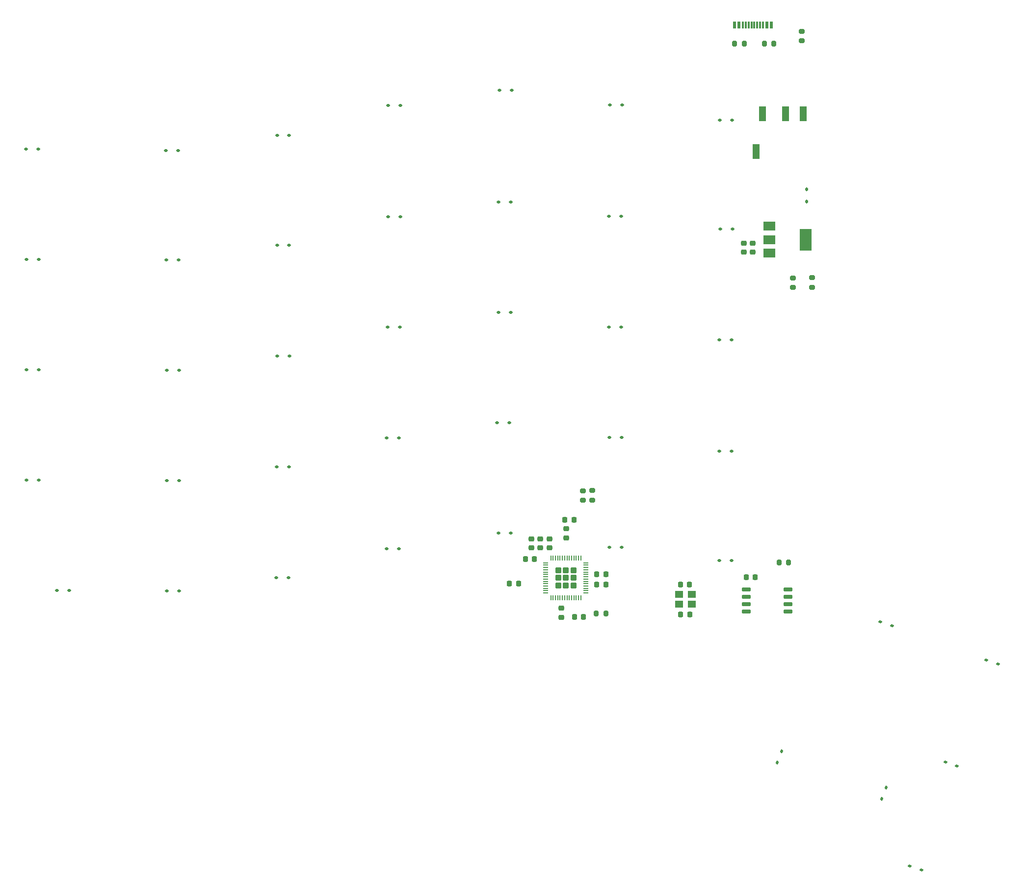
<source format=gbp>
G04 #@! TF.GenerationSoftware,KiCad,Pcbnew,7.0.5*
G04 #@! TF.CreationDate,2025-01-08T15:51:09-05:00*
G04 #@! TF.ProjectId,JasonSplitErgoKeyboard_Left,4a61736f-6e53-4706-9c69-744572676f4b,rev?*
G04 #@! TF.SameCoordinates,Original*
G04 #@! TF.FileFunction,Paste,Bot*
G04 #@! TF.FilePolarity,Positive*
%FSLAX46Y46*%
G04 Gerber Fmt 4.6, Leading zero omitted, Abs format (unit mm)*
G04 Created by KiCad (PCBNEW 7.0.5) date 2025-01-08 15:51:09*
%MOMM*%
%LPD*%
G01*
G04 APERTURE LIST*
G04 Aperture macros list*
%AMRoundRect*
0 Rectangle with rounded corners*
0 $1 Rounding radius*
0 $2 $3 $4 $5 $6 $7 $8 $9 X,Y pos of 4 corners*
0 Add a 4 corners polygon primitive as box body*
4,1,4,$2,$3,$4,$5,$6,$7,$8,$9,$2,$3,0*
0 Add four circle primitives for the rounded corners*
1,1,$1+$1,$2,$3*
1,1,$1+$1,$4,$5*
1,1,$1+$1,$6,$7*
1,1,$1+$1,$8,$9*
0 Add four rect primitives between the rounded corners*
20,1,$1+$1,$2,$3,$4,$5,0*
20,1,$1+$1,$4,$5,$6,$7,0*
20,1,$1+$1,$6,$7,$8,$9,0*
20,1,$1+$1,$8,$9,$2,$3,0*%
G04 Aperture macros list end*
%ADD10RoundRect,0.200000X0.275000X-0.200000X0.275000X0.200000X-0.275000X0.200000X-0.275000X-0.200000X0*%
%ADD11RoundRect,0.112500X-0.187500X-0.112500X0.187500X-0.112500X0.187500X0.112500X-0.187500X0.112500X0*%
%ADD12RoundRect,0.200000X0.200000X0.275000X-0.200000X0.275000X-0.200000X-0.275000X0.200000X-0.275000X0*%
%ADD13RoundRect,0.225000X-0.225000X-0.250000X0.225000X-0.250000X0.225000X0.250000X-0.225000X0.250000X0*%
%ADD14RoundRect,0.225000X-0.250000X0.225000X-0.250000X-0.225000X0.250000X-0.225000X0.250000X0.225000X0*%
%ADD15RoundRect,0.250000X0.285000X0.285000X-0.285000X0.285000X-0.285000X-0.285000X0.285000X-0.285000X0*%
%ADD16RoundRect,0.050000X0.350000X0.050000X-0.350000X0.050000X-0.350000X-0.050000X0.350000X-0.050000X0*%
%ADD17RoundRect,0.050000X0.050000X0.350000X-0.050000X0.350000X-0.050000X-0.350000X0.050000X-0.350000X0*%
%ADD18RoundRect,0.200000X-0.275000X0.200000X-0.275000X-0.200000X0.275000X-0.200000X0.275000X0.200000X0*%
%ADD19RoundRect,0.225000X0.250000X-0.225000X0.250000X0.225000X-0.250000X0.225000X-0.250000X-0.225000X0*%
%ADD20RoundRect,0.112500X0.041587X-0.214670X0.169844X0.137715X-0.041587X0.214670X-0.169844X-0.137715X0*%
%ADD21RoundRect,0.112500X-0.214670X-0.041587X0.137715X-0.169844X0.214670X0.041587X-0.137715X0.169844X0*%
%ADD22R,0.600000X1.240000*%
%ADD23R,0.300000X1.240000*%
%ADD24RoundRect,0.112500X0.112500X-0.187500X0.112500X0.187500X-0.112500X0.187500X-0.112500X-0.187500X0*%
%ADD25R,1.400000X1.200000*%
%ADD26R,2.000000X1.500000*%
%ADD27R,2.000000X3.800000*%
%ADD28RoundRect,0.150000X0.650000X0.150000X-0.650000X0.150000X-0.650000X-0.150000X0.650000X-0.150000X0*%
%ADD29RoundRect,0.200000X-0.200000X-0.275000X0.200000X-0.275000X0.200000X0.275000X-0.200000X0.275000X0*%
%ADD30R,1.200000X2.500000*%
%ADD31RoundRect,0.225000X0.225000X0.250000X-0.225000X0.250000X-0.225000X-0.250000X0.225000X-0.250000X0*%
G04 APERTURE END LIST*
D10*
X212600000Y-142450000D03*
X212600000Y-140800000D03*
D11*
X215550000Y-131600000D03*
X217650000Y-131600000D03*
D12*
X238825000Y-63650000D03*
X237175000Y-63650000D03*
D13*
X213385000Y-155270000D03*
X214935000Y-155270000D03*
D14*
X207240000Y-161105000D03*
X207240000Y-162655000D03*
D15*
X209360000Y-157200000D03*
X209360000Y-155870000D03*
X209360000Y-154540000D03*
X208030000Y-157200000D03*
X208030000Y-155870000D03*
X208030000Y-154540000D03*
X206700000Y-157200000D03*
X206700000Y-155870000D03*
X206700000Y-154540000D03*
D16*
X211480000Y-153270000D03*
X211480000Y-153670000D03*
X211480000Y-154070000D03*
X211480000Y-154470000D03*
X211480000Y-154870000D03*
X211480000Y-155270000D03*
X211480000Y-155670000D03*
X211480000Y-156070000D03*
X211480000Y-156470000D03*
X211480000Y-156870000D03*
X211480000Y-157270000D03*
X211480000Y-157670000D03*
X211480000Y-158070000D03*
X211480000Y-158470000D03*
D17*
X210630000Y-159320000D03*
X210230000Y-159320000D03*
X209830000Y-159320000D03*
X209430000Y-159320000D03*
X209030000Y-159320000D03*
X208630000Y-159320000D03*
X208230000Y-159320000D03*
X207830000Y-159320000D03*
X207430000Y-159320000D03*
X207030000Y-159320000D03*
X206630000Y-159320000D03*
X206230000Y-159320000D03*
X205830000Y-159320000D03*
X205430000Y-159320000D03*
D16*
X204580000Y-158470000D03*
X204580000Y-158070000D03*
X204580000Y-157670000D03*
X204580000Y-157270000D03*
X204580000Y-156870000D03*
X204580000Y-156470000D03*
X204580000Y-156070000D03*
X204580000Y-155670000D03*
X204580000Y-155270000D03*
X204580000Y-154870000D03*
X204580000Y-154470000D03*
X204580000Y-154070000D03*
X204580000Y-153670000D03*
X204580000Y-153270000D03*
D17*
X205430000Y-152420000D03*
X205830000Y-152420000D03*
X206230000Y-152420000D03*
X206630000Y-152420000D03*
X207030000Y-152420000D03*
X207430000Y-152420000D03*
X207830000Y-152420000D03*
X208230000Y-152420000D03*
X208630000Y-152420000D03*
X209030000Y-152420000D03*
X209430000Y-152420000D03*
X209830000Y-152420000D03*
X210230000Y-152420000D03*
X210630000Y-152420000D03*
D18*
X248700000Y-61475000D03*
X248700000Y-63125000D03*
D11*
X234550000Y-114800000D03*
X236650000Y-114800000D03*
X120200000Y-158000000D03*
X122300000Y-158000000D03*
D19*
X202070000Y-150680000D03*
X202070000Y-149130000D03*
D11*
X139200000Y-139100000D03*
X141300000Y-139100000D03*
X177150000Y-131700000D03*
X179250000Y-131700000D03*
D19*
X203640000Y-150685000D03*
X203640000Y-149135000D03*
D20*
X262540879Y-194036677D03*
X263259121Y-192063323D03*
D13*
X207875000Y-145830000D03*
X209425000Y-145830000D03*
D11*
X139100000Y-100950000D03*
X141200000Y-100950000D03*
D18*
X250530000Y-104045000D03*
X250530000Y-105695000D03*
D19*
X208100000Y-148935000D03*
X208100000Y-147385000D03*
D12*
X214935000Y-162030000D03*
X213285000Y-162030000D03*
D11*
X115000000Y-100900000D03*
X117100000Y-100900000D03*
X158200000Y-79500000D03*
X160300000Y-79500000D03*
D21*
X262313323Y-163440879D03*
X264286677Y-164159121D03*
D14*
X240310000Y-98105000D03*
X240310000Y-99655000D03*
D22*
X237110000Y-60380000D03*
X237910000Y-60380000D03*
D23*
X239060000Y-60380000D03*
X240060000Y-60380000D03*
X240560000Y-60380000D03*
X241560000Y-60380000D03*
D22*
X242710000Y-60380000D03*
X243510000Y-60380000D03*
X243510000Y-60380000D03*
X242710000Y-60380000D03*
D23*
X242060000Y-60380000D03*
X241060000Y-60380000D03*
X239560000Y-60380000D03*
X238560000Y-60380000D03*
D22*
X237910000Y-60380000D03*
X237110000Y-60380000D03*
D13*
X239165000Y-155760000D03*
X240715000Y-155760000D03*
D24*
X249550000Y-90857500D03*
X249550000Y-88757500D03*
D25*
X229760000Y-160425000D03*
X227560000Y-160425000D03*
X227560000Y-158725000D03*
X229760000Y-158725000D03*
D26*
X243150000Y-99760000D03*
X243150000Y-97460000D03*
D27*
X249450000Y-97460000D03*
D26*
X243150000Y-95160000D03*
D11*
X196400000Y-110000000D03*
X198500000Y-110000000D03*
X115000000Y-119900000D03*
X117100000Y-119900000D03*
X158150000Y-136700000D03*
X160250000Y-136700000D03*
D19*
X205260000Y-150680000D03*
X205260000Y-149130000D03*
D28*
X246360000Y-157895000D03*
X246360000Y-159165000D03*
X246360000Y-160435000D03*
X246360000Y-161705000D03*
X239160000Y-161705000D03*
X239160000Y-160435000D03*
X239160000Y-159165000D03*
X239160000Y-157895000D03*
D11*
X196200000Y-129100000D03*
X198300000Y-129100000D03*
D13*
X227825000Y-156995000D03*
X229375000Y-156995000D03*
D11*
X158250000Y-117600000D03*
X160350000Y-117600000D03*
X234720000Y-95640000D03*
X236820000Y-95640000D03*
X177350000Y-93500000D03*
X179450000Y-93500000D03*
X215550000Y-150600000D03*
X217650000Y-150600000D03*
X177300000Y-112600000D03*
X179400000Y-112600000D03*
X234600000Y-76800000D03*
X236700000Y-76800000D03*
D21*
X280613323Y-170040879D03*
X282586677Y-170759121D03*
D11*
X196600000Y-71700000D03*
X198700000Y-71700000D03*
X215450000Y-112600000D03*
X217550000Y-112600000D03*
X114900000Y-81850000D03*
X117000000Y-81850000D03*
D29*
X244835000Y-153190000D03*
X246485000Y-153190000D03*
D11*
X139200000Y-158100000D03*
X141300000Y-158100000D03*
X158200000Y-98400000D03*
X160300000Y-98400000D03*
X158050000Y-155800000D03*
X160150000Y-155800000D03*
D30*
X245980000Y-75730000D03*
X248980000Y-75730000D03*
X240880000Y-82230000D03*
X241980000Y-75730000D03*
D20*
X244540879Y-187736677D03*
X245259121Y-185763323D03*
D11*
X234500000Y-134000000D03*
X236600000Y-134000000D03*
D31*
X199860000Y-156880000D03*
X198310000Y-156880000D03*
D11*
X177150000Y-150800000D03*
X179250000Y-150800000D03*
X234550000Y-152900000D03*
X236650000Y-152900000D03*
D29*
X242265000Y-63630000D03*
X243915000Y-63630000D03*
D11*
X177400000Y-74300000D03*
X179500000Y-74300000D03*
D14*
X238710000Y-98095000D03*
X238710000Y-99645000D03*
D21*
X267400000Y-205600000D03*
X269373354Y-206318242D03*
D11*
X196400000Y-91000000D03*
X198500000Y-91000000D03*
D31*
X202585000Y-152580000D03*
X201035000Y-152580000D03*
D13*
X227845000Y-162185000D03*
X229395000Y-162185000D03*
D10*
X211000000Y-142455000D03*
X211000000Y-140805000D03*
D11*
X139200000Y-120000000D03*
X141300000Y-120000000D03*
D18*
X247200000Y-104085000D03*
X247200000Y-105735000D03*
D21*
X273513323Y-187640879D03*
X275486677Y-188359121D03*
D13*
X209495000Y-162600000D03*
X211045000Y-162600000D03*
D11*
X139000000Y-82100000D03*
X141100000Y-82100000D03*
X215500000Y-93400000D03*
X217600000Y-93400000D03*
X215650000Y-74200000D03*
X217750000Y-74200000D03*
X196400000Y-148100000D03*
X198500000Y-148100000D03*
D13*
X213385000Y-157020000D03*
X214935000Y-157020000D03*
D11*
X115000000Y-139000000D03*
X117100000Y-139000000D03*
M02*

</source>
